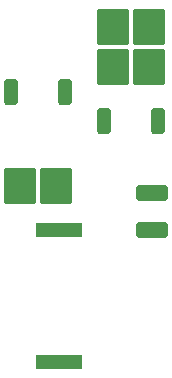
<source format=gbr>
%TF.GenerationSoftware,KiCad,Pcbnew,7.0.11*%
%TF.CreationDate,2025-01-11T04:22:47+09:00*%
%TF.ProjectId,PSU,5053552e-6b69-4636-9164-5f7063625858,rev?*%
%TF.SameCoordinates,Original*%
%TF.FileFunction,Paste,Bot*%
%TF.FilePolarity,Positive*%
%FSLAX46Y46*%
G04 Gerber Fmt 4.6, Leading zero omitted, Abs format (unit mm)*
G04 Created by KiCad (PCBNEW 7.0.11) date 2025-01-11 04:22:47*
%MOMM*%
%LPD*%
G01*
G04 APERTURE LIST*
G04 Aperture macros list*
%AMRoundRect*
0 Rectangle with rounded corners*
0 $1 Rounding radius*
0 $2 $3 $4 $5 $6 $7 $8 $9 X,Y pos of 4 corners*
0 Add a 4 corners polygon primitive as box body*
4,1,4,$2,$3,$4,$5,$6,$7,$8,$9,$2,$3,0*
0 Add four circle primitives for the rounded corners*
1,1,$1+$1,$2,$3*
1,1,$1+$1,$4,$5*
1,1,$1+$1,$6,$7*
1,1,$1+$1,$8,$9*
0 Add four rect primitives between the rounded corners*
20,1,$1+$1,$2,$3,$4,$5,0*
20,1,$1+$1,$4,$5,$6,$7,0*
20,1,$1+$1,$6,$7,$8,$9,0*
20,1,$1+$1,$8,$9,$2,$3,0*%
G04 Aperture macros list end*
%ADD10RoundRect,0.250000X-1.125000X1.275000X-1.125000X-1.275000X1.125000X-1.275000X1.125000X1.275000X0*%
%ADD11RoundRect,0.250000X-0.350000X0.850000X-0.350000X-0.850000X0.350000X-0.850000X0.350000X0.850000X0*%
%ADD12RoundRect,0.250000X-1.100000X0.412500X-1.100000X-0.412500X1.100000X-0.412500X1.100000X0.412500X0*%
%ADD13R,4.000000X1.200000*%
%ADD14RoundRect,0.250000X1.125000X-1.275000X1.125000X1.275000X-1.125000X1.275000X-1.125000X-1.275000X0*%
%ADD15RoundRect,0.250000X0.350000X-0.850000X0.350000X0.850000X-0.350000X0.850000X-0.350000X-0.850000X0*%
G04 APERTURE END LIST*
D10*
%TO.C,U4*%
X140207000Y-104281000D03*
X143257000Y-104281000D03*
D11*
X139452000Y-96306000D03*
X144012000Y-96306000D03*
%TD*%
D12*
%TO.C,C10*%
X151384000Y-104863500D03*
X151384000Y-107988500D03*
%TD*%
D13*
%TO.C,BZ1*%
X143510000Y-107938000D03*
X143510000Y-119138000D03*
%TD*%
D14*
%TO.C,Q1*%
X148081000Y-94131000D03*
X151131000Y-94131000D03*
X148081000Y-90781000D03*
X151131000Y-90781000D03*
D15*
X151886000Y-98756000D03*
X147326000Y-98756000D03*
%TD*%
M02*

</source>
